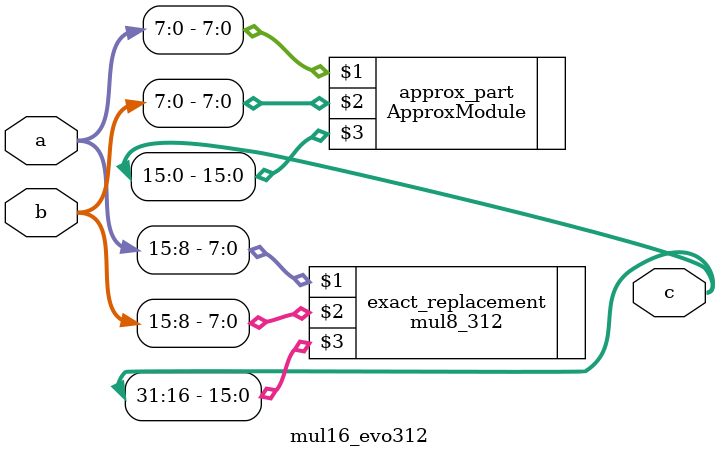
<source format=v>
`timescale 1ns / 1ps
module mul16_evo312(
    input [15:0] a,
    input [15:0] b,
    output [31:0] c
    );

	mul8_312 exact_replacement(a[15:8],b[15:8],c[31:16]);
	ApproxModule approx_part(a[7:0],b[7:0],c[15:0]);

endmodule

</source>
